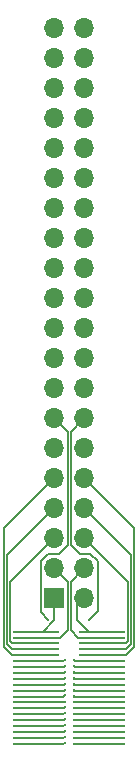
<source format=gtl>
%TF.GenerationSoftware,KiCad,Pcbnew,7.0.8*%
%TF.CreationDate,2023-10-18T23:35:29+02:00*%
%TF.ProjectId,connector_breakout,636f6e6e-6563-4746-9f72-5f627265616b,rev?*%
%TF.SameCoordinates,Original*%
%TF.FileFunction,Copper,L1,Top*%
%TF.FilePolarity,Positive*%
%FSLAX46Y46*%
G04 Gerber Fmt 4.6, Leading zero omitted, Abs format (unit mm)*
G04 Created by KiCad (PCBNEW 7.0.8) date 2023-10-18 23:35:29*
%MOMM*%
%LPD*%
G01*
G04 APERTURE LIST*
%TA.AperFunction,SMDPad,CuDef*%
%ADD10R,4.000000X0.250000*%
%TD*%
%TA.AperFunction,ComponentPad*%
%ADD11O,1.700000X1.700000*%
%TD*%
%TA.AperFunction,ComponentPad*%
%ADD12R,1.700000X1.700000*%
%TD*%
%TA.AperFunction,ViaPad*%
%ADD13C,0.300000*%
%TD*%
%TA.AperFunction,ViaPad*%
%ADD14C,0.250000*%
%TD*%
%TA.AperFunction,Conductor*%
%ADD15C,0.127000*%
%TD*%
G04 APERTURE END LIST*
D10*
%TO.P,J2,1,Pin_1*%
%TO.N,/1*%
X131560000Y-80907000D03*
%TO.P,J2,2,Pin_2*%
%TO.N,/2*%
X137160000Y-80907000D03*
%TO.P,J2,3,Pin_3*%
%TO.N,/3*%
X131560000Y-81407000D03*
%TO.P,J2,4,Pin_4*%
%TO.N,/4*%
X137160000Y-81407000D03*
%TO.P,J2,5,Pin_5*%
%TO.N,/5*%
X131560000Y-81907000D03*
%TO.P,J2,6,Pin_6*%
%TO.N,/6*%
X137160000Y-81907000D03*
%TO.P,J2,7,Pin_7*%
%TO.N,/7*%
X131560000Y-82407000D03*
%TO.P,J2,8,Pin_8*%
%TO.N,/8*%
X137160000Y-82407000D03*
%TO.P,J2,9,Pin_9*%
%TO.N,/9*%
X131560000Y-82907000D03*
%TO.P,J2,10,Pin_10*%
%TO.N,/10*%
X137160000Y-82907000D03*
%TO.P,J2,11,Pin_11*%
%TO.N,/11*%
X131560000Y-83407000D03*
%TO.P,J2,12,Pin_12*%
%TO.N,/12*%
X137160000Y-83407000D03*
%TO.P,J2,13,Pin_13*%
%TO.N,/13*%
X131560000Y-83907000D03*
%TO.P,J2,14,Pin_14*%
%TO.N,/14*%
X137160000Y-83907000D03*
%TO.P,J2,15,Pin_15*%
%TO.N,/15*%
X131560000Y-84407000D03*
%TO.P,J2,16,Pin_16*%
%TO.N,/16*%
X137160000Y-84407000D03*
%TO.P,J2,17,Pin_17*%
%TO.N,/17*%
X131560000Y-84907000D03*
%TO.P,J2,18,Pin_18*%
%TO.N,/18*%
X137160000Y-84907000D03*
%TO.P,J2,19,Pin_19*%
%TO.N,/19*%
X131560000Y-85407000D03*
%TO.P,J2,20,Pin_20*%
%TO.N,/20*%
X137160000Y-85407000D03*
%TO.P,J2,21,Pin_21*%
%TO.N,/21*%
X131560000Y-85907000D03*
%TO.P,J2,22,Pin_22*%
%TO.N,/22*%
X137160000Y-85907000D03*
%TO.P,J2,23,Pin_23*%
%TO.N,/23*%
X131560000Y-86407000D03*
%TO.P,J2,24,Pin_24*%
%TO.N,/24*%
X137160000Y-86407000D03*
%TO.P,J2,25,Pin_25*%
%TO.N,/25*%
X131560000Y-86907000D03*
%TO.P,J2,26,Pin_26*%
%TO.N,/26*%
X137160000Y-86907000D03*
%TO.P,J2,27,Pin_27*%
%TO.N,/27*%
X131560000Y-87407000D03*
%TO.P,J2,28,Pin_28*%
%TO.N,/28*%
X137160000Y-87407000D03*
%TO.P,J2,29,Pin_29*%
%TO.N,/29*%
X131560000Y-87907000D03*
%TO.P,J2,30,Pin_30*%
%TO.N,/30*%
X137160000Y-87907000D03*
%TO.P,J2,31,Pin_31*%
%TO.N,/31*%
X131560000Y-88407000D03*
%TO.P,J2,32,Pin_32*%
%TO.N,/32*%
X137160000Y-88407000D03*
%TO.P,J2,33,Pin_33*%
%TO.N,/33*%
X131560000Y-88907000D03*
%TO.P,J2,34,Pin_34*%
%TO.N,/34*%
X137160000Y-88907000D03*
%TO.P,J2,35,Pin_35*%
%TO.N,/35*%
X131560000Y-89407000D03*
%TO.P,J2,36,Pin_36*%
%TO.N,/36*%
X137160000Y-89407000D03*
%TO.P,J2,37,Pin_37*%
%TO.N,/37*%
X131560000Y-89907000D03*
%TO.P,J2,38,Pin_38*%
%TO.N,/38*%
X137160000Y-89907000D03*
%TO.P,J2,39,Pin_39*%
%TO.N,/39*%
X131560000Y-90407000D03*
%TO.P,J2,40,Pin_40*%
%TO.N,/40*%
X137160000Y-90407000D03*
%TD*%
D11*
%TO.P,J1,40,Pin_40*%
%TO.N,/40*%
X135636000Y-29823936D03*
%TO.P,J1,39,Pin_39*%
%TO.N,/39*%
X133096000Y-29823936D03*
%TO.P,J1,38,Pin_38*%
%TO.N,/38*%
X135636000Y-32363936D03*
%TO.P,J1,37,Pin_37*%
%TO.N,/37*%
X133096000Y-32363936D03*
%TO.P,J1,36,Pin_36*%
%TO.N,/36*%
X135636000Y-34903936D03*
%TO.P,J1,35,Pin_35*%
%TO.N,/35*%
X133096000Y-34903936D03*
%TO.P,J1,34,Pin_34*%
%TO.N,/34*%
X135636000Y-37443936D03*
%TO.P,J1,33,Pin_33*%
%TO.N,/33*%
X133096000Y-37443936D03*
%TO.P,J1,32,Pin_32*%
%TO.N,/32*%
X135636000Y-39983936D03*
%TO.P,J1,31,Pin_31*%
%TO.N,/31*%
X133096000Y-39983936D03*
%TO.P,J1,30,Pin_30*%
%TO.N,/30*%
X135636000Y-42523936D03*
%TO.P,J1,29,Pin_29*%
%TO.N,/29*%
X133096000Y-42523936D03*
%TO.P,J1,28,Pin_28*%
%TO.N,/28*%
X135636000Y-45063936D03*
%TO.P,J1,27,Pin_27*%
%TO.N,/27*%
X133096000Y-45063936D03*
%TO.P,J1,26,Pin_26*%
%TO.N,/26*%
X135636000Y-47603936D03*
%TO.P,J1,25,Pin_25*%
%TO.N,/25*%
X133096000Y-47603936D03*
%TO.P,J1,24,Pin_24*%
%TO.N,/24*%
X135636000Y-50143936D03*
%TO.P,J1,23,Pin_23*%
%TO.N,/23*%
X133096000Y-50143936D03*
%TO.P,J1,22,Pin_22*%
%TO.N,/22*%
X135636000Y-52683936D03*
%TO.P,J1,21,Pin_21*%
%TO.N,/21*%
X133096000Y-52683936D03*
%TO.P,J1,20,Pin_20*%
%TO.N,/20*%
X135636000Y-55223936D03*
%TO.P,J1,19,Pin_19*%
%TO.N,/19*%
X133096000Y-55223936D03*
%TO.P,J1,18,Pin_18*%
%TO.N,/18*%
X135636000Y-57763936D03*
%TO.P,J1,17,Pin_17*%
%TO.N,/17*%
X133096000Y-57763936D03*
%TO.P,J1,16,Pin_16*%
%TO.N,/16*%
X135636000Y-60303936D03*
%TO.P,J1,15,Pin_15*%
%TO.N,/15*%
X133096000Y-60303936D03*
%TO.P,J1,14,Pin_14*%
%TO.N,/14*%
X135636000Y-62843936D03*
%TO.P,J1,13,Pin_13*%
%TO.N,/13*%
X133096000Y-62843936D03*
%TO.P,J1,12,Pin_12*%
%TO.N,/12*%
X135636000Y-65383936D03*
%TO.P,J1,11,Pin_11*%
%TO.N,/11*%
X133096000Y-65383936D03*
%TO.P,J1,10,Pin_10*%
%TO.N,/10*%
X135636000Y-67923936D03*
%TO.P,J1,9,Pin_9*%
%TO.N,/9*%
X133096000Y-67923936D03*
%TO.P,J1,8,Pin_8*%
%TO.N,/8*%
X135636000Y-70463936D03*
%TO.P,J1,7,Pin_7*%
%TO.N,/7*%
X133096000Y-70463936D03*
%TO.P,J1,6,Pin_6*%
%TO.N,/6*%
X135636000Y-73003936D03*
%TO.P,J1,5,Pin_5*%
%TO.N,/5*%
X133096000Y-73003936D03*
%TO.P,J1,4,Pin_4*%
%TO.N,/4*%
X135636000Y-75543936D03*
%TO.P,J1,3,Pin_3*%
%TO.N,/3*%
X133096000Y-75543936D03*
%TO.P,J1,2,Pin_2*%
%TO.N,/2*%
X135636000Y-78083936D03*
D12*
%TO.P,J1,1,Pin_1*%
%TO.N,/1*%
X133096000Y-78083936D03*
%TD*%
D13*
%TO.N,/39*%
X133985000Y-90297000D03*
%TO.N,/37*%
X133985000Y-89807006D03*
%TO.N,/35*%
X133985000Y-89328503D03*
%TO.N,/33*%
X133985012Y-88816006D03*
%TO.N,/31*%
X133985000Y-88337503D03*
%TO.N,/29*%
X133985000Y-87800006D03*
%TO.N,/27*%
X133985000Y-87321503D03*
%TO.N,/25*%
X133985012Y-86843000D03*
%TO.N,/23*%
X133985000Y-86305503D03*
%TO.N,/21*%
X133985000Y-85827000D03*
%TO.N,/19*%
X133985000Y-85344000D03*
%TO.N,/17*%
X133985000Y-84836000D03*
%TO.N,/15*%
X133985000Y-84328000D03*
%TO.N,/13*%
X133985000Y-83820000D03*
D14*
X132588000Y-79883000D03*
D13*
%TO.N,/11*%
X133985000Y-83312000D03*
D14*
%TO.N,/14*%
X136017000Y-79883000D03*
D13*
%TO.N,/40*%
X134747000Y-90424000D03*
%TO.N,/38*%
X134747000Y-89916000D03*
%TO.N,/36*%
X134747000Y-89408000D03*
%TO.N,/34*%
X134747000Y-88900000D03*
%TO.N,/32*%
X134747000Y-88392000D03*
%TO.N,/30*%
X134747000Y-87884000D03*
%TO.N,/28*%
X134747000Y-87376000D03*
%TO.N,/26*%
X134747000Y-86868000D03*
%TO.N,/24*%
X134747000Y-86360000D03*
%TO.N,/22*%
X134747000Y-85852000D03*
%TO.N,/20*%
X134747000Y-85344000D03*
%TO.N,/18*%
X134747000Y-84836000D03*
%TO.N,/16*%
X134747000Y-84328000D03*
%TO.N,/14*%
X134747000Y-83820000D03*
%TO.N,/12*%
X134747000Y-83312000D03*
%TD*%
D15*
%TO.N,/35*%
X133985000Y-89328503D02*
X133906503Y-89407000D01*
X133906503Y-89407000D02*
X131560000Y-89407000D01*
%TO.N,/33*%
X133894018Y-88907000D02*
X133985012Y-88816006D01*
X131560000Y-88907000D02*
X133894018Y-88907000D01*
%TO.N,/29*%
X133985000Y-87800006D02*
X133878006Y-87907000D01*
X133878006Y-87907000D02*
X131560000Y-87907000D01*
%TO.N,/25*%
X131560000Y-86907000D02*
X133921012Y-86907000D01*
X133921012Y-86907000D02*
X133985012Y-86843000D01*
%TO.N,/21*%
X133985000Y-85827000D02*
X133905000Y-85907000D01*
X133905000Y-85907000D02*
X131560000Y-85907000D01*
%TO.N,/23*%
X133883503Y-86407000D02*
X133985000Y-86305503D01*
X131560000Y-86407000D02*
X133883503Y-86407000D01*
%TO.N,/17*%
X133914000Y-84907000D02*
X133985000Y-84836000D01*
X131560000Y-84907000D02*
X133914000Y-84907000D01*
%TO.N,/15*%
X133906000Y-84407000D02*
X133985000Y-84328000D01*
X131560000Y-84407000D02*
X133906000Y-84407000D01*
%TO.N,/11*%
X133890000Y-83407000D02*
X133985000Y-83312000D01*
X131560000Y-83407000D02*
X133890000Y-83407000D01*
%TO.N,/13*%
X133898000Y-83907000D02*
X133985000Y-83820000D01*
X131560000Y-83907000D02*
X133898000Y-83907000D01*
%TO.N,/2*%
X135636000Y-78083936D02*
X135037432Y-78682504D01*
X135037432Y-78682504D02*
X135037432Y-79919432D01*
X135037432Y-79919432D02*
X136025000Y-80907000D01*
X136025000Y-80907000D02*
X137160000Y-80907000D01*
%TO.N,/1*%
X133096000Y-78083936D02*
X133096000Y-79930079D01*
X133096000Y-79930079D02*
X132119079Y-80907000D01*
X132119079Y-80907000D02*
X131560000Y-80907000D01*
%TO.N,/13*%
X132588000Y-79883000D02*
X131953000Y-79248000D01*
X133477000Y-74295000D02*
X134239000Y-73533000D01*
X131953000Y-79248000D02*
X131953000Y-74887146D01*
X132545146Y-74295000D02*
X133477000Y-74295000D01*
X131953000Y-74887146D02*
X132545146Y-74295000D01*
X134239000Y-73533000D02*
X134239000Y-63986936D01*
X134239000Y-63986936D02*
X133096000Y-62843936D01*
%TO.N,/39*%
X133875000Y-90407000D02*
X133985000Y-90297000D01*
X131560000Y-90407000D02*
X133875000Y-90407000D01*
%TO.N,/37*%
X133885006Y-89907000D02*
X133985000Y-89807006D01*
X131560000Y-89907000D02*
X133885006Y-89907000D01*
%TO.N,/31*%
X133915503Y-88407000D02*
X133985000Y-88337503D01*
X131560000Y-88407000D02*
X133915503Y-88407000D01*
%TO.N,/27*%
X133899503Y-87407000D02*
X133985000Y-87321503D01*
X131560000Y-87407000D02*
X133899503Y-87407000D01*
%TO.N,/19*%
X133922000Y-85407000D02*
X133985000Y-85344000D01*
X131560000Y-85407000D02*
X133922000Y-85407000D01*
%TO.N,/9*%
X131560000Y-82907000D02*
X129560000Y-82907000D01*
X129560000Y-82907000D02*
X128861500Y-82208500D01*
X128861500Y-82208500D02*
X128861500Y-72158436D01*
X128861500Y-72158436D02*
X133096000Y-67923936D01*
%TO.N,/7*%
X131560000Y-82407000D02*
X129560000Y-82407000D01*
X129560000Y-82407000D02*
X129115500Y-81962500D01*
X129115500Y-81962500D02*
X129115500Y-74444436D01*
X129115500Y-74444436D02*
X133096000Y-70463936D01*
%TO.N,/14*%
X136017000Y-79883000D02*
X136779000Y-79121000D01*
X136779000Y-79121000D02*
X136779000Y-74930000D01*
X136779000Y-74930000D02*
X136144000Y-74295000D01*
X136144000Y-74295000D02*
X135255000Y-74295000D01*
X135255000Y-74295000D02*
X134493000Y-73533000D01*
X134493000Y-73533000D02*
X134493000Y-63986936D01*
X134493000Y-63986936D02*
X135636000Y-62843936D01*
%TO.N,/10*%
X137160000Y-82907000D02*
X139160000Y-82907000D01*
X139160000Y-82907000D02*
X139858500Y-82208500D01*
X139858500Y-82208500D02*
X139858500Y-72146436D01*
X139858500Y-72146436D02*
X135636000Y-67923936D01*
%TO.N,/6*%
X139160000Y-81907000D02*
X137160000Y-81907000D01*
X139350500Y-81716500D02*
X139160000Y-81907000D01*
%TO.N,/8*%
X139160000Y-82407000D02*
X139604500Y-81962500D01*
%TO.N,/6*%
X139350500Y-76718436D02*
X139350500Y-81716500D01*
X135636000Y-73003936D02*
X139350500Y-76718436D01*
%TO.N,/8*%
X137160000Y-82407000D02*
X139160000Y-82407000D01*
X139604500Y-81962500D02*
X139604500Y-74432436D01*
X139604500Y-74432436D02*
X135636000Y-70463936D01*
%TO.N,/40*%
X137160000Y-90407000D02*
X134764000Y-90407000D01*
X134764000Y-90407000D02*
X134747000Y-90424000D01*
%TO.N,/38*%
X137160000Y-89907000D02*
X134756000Y-89907000D01*
X134756000Y-89907000D02*
X134747000Y-89916000D01*
%TO.N,/36*%
X134748000Y-89407000D02*
X134747000Y-89408000D01*
X137160000Y-89407000D02*
X134748000Y-89407000D01*
%TO.N,/34*%
X137160000Y-88907000D02*
X134754000Y-88907000D01*
X134754000Y-88907000D02*
X134747000Y-88900000D01*
%TO.N,/32*%
X137160000Y-88407000D02*
X134762000Y-88407000D01*
X134762000Y-88407000D02*
X134747000Y-88392000D01*
%TO.N,/30*%
X137160000Y-87907000D02*
X134770000Y-87907000D01*
X134770000Y-87907000D02*
X134747000Y-87884000D01*
%TO.N,/28*%
X137160000Y-87407000D02*
X134778000Y-87407000D01*
X134778000Y-87407000D02*
X134747000Y-87376000D01*
%TO.N,/26*%
X137160000Y-86907000D02*
X134786000Y-86907000D01*
X134786000Y-86907000D02*
X134747000Y-86868000D01*
%TO.N,/24*%
X134794000Y-86407000D02*
X134747000Y-86360000D01*
X137160000Y-86407000D02*
X134794000Y-86407000D01*
%TO.N,/22*%
X137160000Y-85907000D02*
X134802000Y-85907000D01*
X134802000Y-85907000D02*
X134747000Y-85852000D01*
%TO.N,/20*%
X134810000Y-85407000D02*
X134747000Y-85344000D01*
X137160000Y-85407000D02*
X134810000Y-85407000D01*
%TO.N,/18*%
X137160000Y-84907000D02*
X134818000Y-84907000D01*
X134818000Y-84907000D02*
X134747000Y-84836000D01*
%TO.N,/16*%
X134826000Y-84407000D02*
X134747000Y-84328000D01*
X137160000Y-84407000D02*
X134826000Y-84407000D01*
%TO.N,/14*%
X137160000Y-83907000D02*
X134834000Y-83907000D01*
X134834000Y-83907000D02*
X134747000Y-83820000D01*
%TO.N,/12*%
X137160000Y-83407000D02*
X134842000Y-83407000D01*
X134842000Y-83407000D02*
X134747000Y-83312000D01*
%TO.N,/5*%
X131560000Y-81907000D02*
X129560000Y-81907000D01*
X129560000Y-81907000D02*
X129369500Y-81716500D01*
X129369500Y-81716500D02*
X129369500Y-76730436D01*
X129369500Y-76730436D02*
X133096000Y-73003936D01*
%TO.N,/3*%
X131560000Y-81407000D02*
X133560000Y-81407000D01*
X133560000Y-81407000D02*
X134239000Y-80728000D01*
X134239000Y-80728000D02*
X134239000Y-76686936D01*
X134239000Y-76686936D02*
X133096000Y-75543936D01*
%TO.N,/4*%
X137160000Y-81407000D02*
X135160000Y-81407000D01*
X135160000Y-81407000D02*
X134493000Y-80740000D01*
X134493000Y-76686936D02*
X135636000Y-75543936D01*
X134493000Y-80740000D02*
X134493000Y-76686936D01*
%TD*%
M02*

</source>
